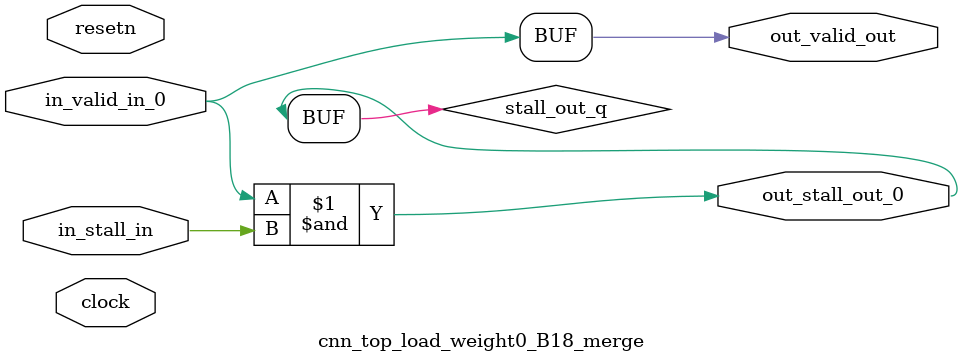
<source format=sv>



(* altera_attribute = "-name AUTO_SHIFT_REGISTER_RECOGNITION OFF; -name MESSAGE_DISABLE 10036; -name MESSAGE_DISABLE 10037; -name MESSAGE_DISABLE 14130; -name MESSAGE_DISABLE 14320; -name MESSAGE_DISABLE 15400; -name MESSAGE_DISABLE 14130; -name MESSAGE_DISABLE 10036; -name MESSAGE_DISABLE 12020; -name MESSAGE_DISABLE 12030; -name MESSAGE_DISABLE 12010; -name MESSAGE_DISABLE 12110; -name MESSAGE_DISABLE 14320; -name MESSAGE_DISABLE 13410; -name MESSAGE_DISABLE 113007; -name MESSAGE_DISABLE 10958" *)
module cnn_top_load_weight0_B18_merge (
    input wire [0:0] in_stall_in,
    input wire [0:0] in_valid_in_0,
    output wire [0:0] out_stall_out_0,
    output wire [0:0] out_valid_out,
    input wire clock,
    input wire resetn
    );

    wire [0:0] stall_out_q;


    // stall_out(LOGICAL,6)
    assign stall_out_q = in_valid_in_0 & in_stall_in;

    // out_stall_out_0(GPOUT,4)
    assign out_stall_out_0 = stall_out_q;

    // out_valid_out(GPOUT,5)
    assign out_valid_out = in_valid_in_0;

endmodule

</source>
